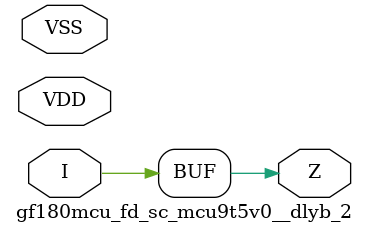
<source format=v>

module gf180mcu_fd_sc_mcu9t5v0__dlyb_2( I, Z, VDD, VSS );
input I;
inout VDD, VSS;
output Z;

	buf MGM_BG_0( Z, I );

endmodule

</source>
